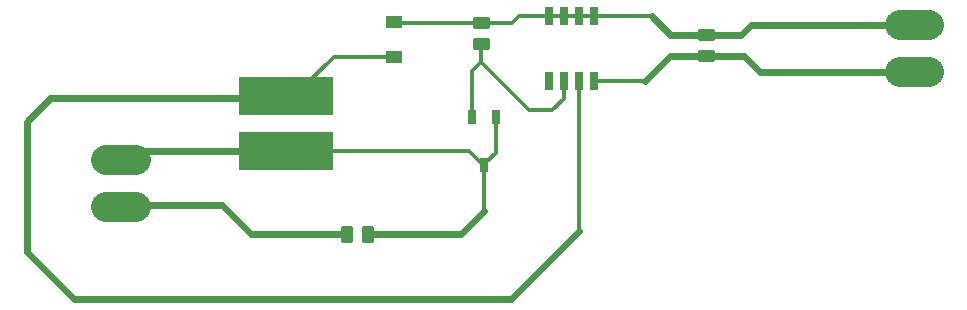
<source format=gbr>
G04 EAGLE Gerber RS-274X export*
G75*
%MOMM*%
%FSLAX34Y34*%
%LPD*%
%INBottom Copper*%
%IPPOS*%
%AMOC8*
5,1,8,0,0,1.08239X$1,22.5*%
G01*
%ADD10C,0.254000*%
%ADD11R,1.370000X1.120000*%
%ADD12R,0.700000X1.550000*%
%ADD13C,2.514600*%
%ADD14R,8.000000X3.300000*%
%ADD15R,0.635000X1.270000*%
%ADD16C,0.609600*%
%ADD17C,0.152400*%
%ADD18C,0.304800*%


D10*
X467985Y485180D02*
X467985Y492800D01*
X479415Y492800D01*
X479415Y485180D01*
X467985Y485180D01*
X467985Y487593D02*
X479415Y487593D01*
X479415Y490006D02*
X467985Y490006D01*
X467985Y492419D02*
X479415Y492419D01*
X467985Y475020D02*
X467985Y467400D01*
X467985Y475020D02*
X479415Y475020D01*
X479415Y467400D01*
X467985Y467400D01*
X467985Y469813D02*
X479415Y469813D01*
X479415Y472226D02*
X467985Y472226D01*
X467985Y474639D02*
X479415Y474639D01*
D11*
X400200Y460100D03*
X400200Y490100D03*
D12*
X568950Y440150D03*
X556250Y440150D03*
X543550Y440150D03*
X530850Y440150D03*
X530850Y494650D03*
X543550Y494650D03*
X556250Y494650D03*
X568950Y494650D03*
D13*
X828227Y447588D02*
X853373Y447588D01*
X853373Y487212D02*
X828227Y487212D01*
X181473Y372912D02*
X156327Y372912D01*
X156327Y333288D02*
X181473Y333288D01*
D14*
X308600Y427400D03*
X308600Y380400D03*
D15*
X476000Y368900D03*
X466000Y408900D03*
X486000Y408900D03*
D10*
X363920Y304485D02*
X356300Y304485D01*
X356300Y315915D01*
X363920Y315915D01*
X363920Y304485D01*
X363920Y306898D02*
X356300Y306898D01*
X356300Y309311D02*
X363920Y309311D01*
X363920Y311724D02*
X356300Y311724D01*
X356300Y314137D02*
X363920Y314137D01*
X374080Y304485D02*
X381700Y304485D01*
X374080Y304485D02*
X374080Y315915D01*
X381700Y315915D01*
X381700Y304485D01*
X381700Y306898D02*
X374080Y306898D01*
X374080Y309311D02*
X381700Y309311D01*
X381700Y311724D02*
X374080Y311724D01*
X374080Y314137D02*
X381700Y314137D01*
X658285Y475280D02*
X658285Y482900D01*
X669715Y482900D01*
X669715Y475280D01*
X658285Y475280D01*
X658285Y477693D02*
X669715Y477693D01*
X669715Y480106D02*
X658285Y480106D01*
X658285Y482519D02*
X669715Y482519D01*
X658285Y465120D02*
X658285Y457500D01*
X658285Y465120D02*
X669715Y465120D01*
X669715Y457500D01*
X658285Y457500D01*
X658285Y459913D02*
X669715Y459913D01*
X669715Y462326D02*
X658285Y462326D01*
X658285Y464739D02*
X669715Y464739D01*
D16*
X276900Y312300D02*
X254000Y335200D01*
X170812Y335200D01*
D17*
X168900Y333288D01*
D16*
X279000Y310200D02*
X360110Y310200D01*
D17*
X279000Y310200D02*
X276900Y312300D01*
D18*
X348900Y460100D02*
X400200Y460100D01*
X348900Y460100D02*
X314000Y425200D01*
D17*
X309000Y420200D01*
D18*
X556250Y440150D02*
X556250Y312450D01*
D16*
X499000Y255200D02*
X129000Y255200D01*
X89000Y295200D01*
X89000Y405200D01*
X109000Y425200D01*
X314000Y425200D01*
X499000Y255200D02*
X556250Y312450D01*
X308600Y380400D02*
X176388Y380400D01*
X168900Y372912D01*
D18*
X476000Y368900D02*
X476000Y329400D01*
D17*
X476000Y368900D02*
X478150Y371050D01*
X476000Y368900D02*
X475650Y368550D01*
D18*
X478150Y371050D02*
X486000Y378900D01*
X486000Y408900D01*
X463800Y380400D02*
X308600Y380400D01*
X463800Y380400D02*
X475650Y368550D01*
D16*
X456800Y310200D02*
X377890Y310200D01*
X456800Y310200D02*
X476000Y329400D01*
X612840Y440150D02*
X634000Y461310D01*
X664000Y461310D01*
D18*
X612840Y440150D02*
X568950Y440150D01*
D16*
X664000Y461310D02*
X696390Y461310D01*
X710112Y447588D02*
X840800Y447588D01*
X710112Y447588D02*
X696390Y461310D01*
D18*
X466000Y448510D02*
X466000Y408900D01*
X466000Y448510D02*
X473700Y456210D01*
D17*
X473700Y471210D01*
D18*
X543550Y440150D02*
X543550Y424750D01*
X534000Y415200D01*
X514000Y415200D01*
X473700Y455500D02*
X473700Y471210D01*
X473700Y455500D02*
X514000Y415200D01*
X556250Y494650D02*
X568950Y494650D01*
X556250Y494650D02*
X543550Y494650D01*
X530850Y494650D01*
X505850Y494650D02*
X500190Y488990D01*
X505850Y494650D02*
X530850Y494650D01*
X500190Y488990D02*
X473700Y488990D01*
X401310Y488990D01*
D16*
X702122Y487212D02*
X840800Y487212D01*
X694000Y479090D02*
X664000Y479090D01*
X694000Y479090D02*
X702122Y487212D01*
X634000Y479090D02*
X618440Y494650D01*
X634000Y479090D02*
X664000Y479090D01*
D18*
X618440Y494650D02*
X568950Y494650D01*
M02*

</source>
